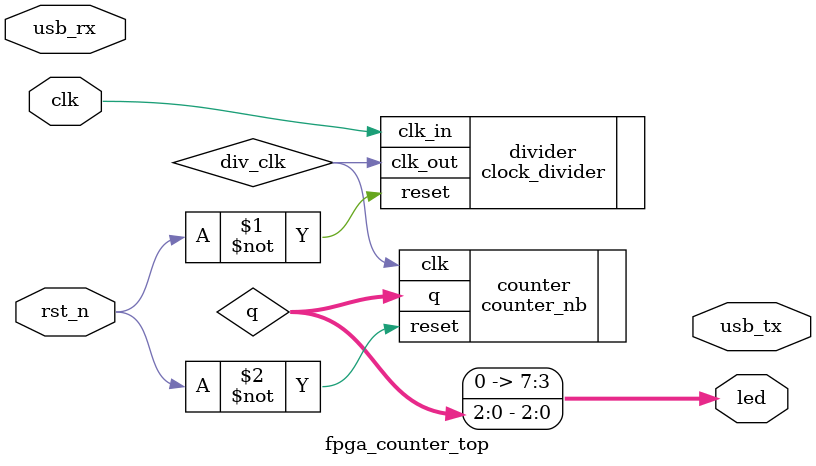
<source format=v>
module fpga_counter_top (
    input   wire    clk,
    input   wire    rst_n,
    input   wire    usb_rx,
    output  wire    usb_tx,
    output  wire    [7:0] led
);

    parameter N = 3;

    wire [N-1:0] q;
    wire div_clk;

    clock_divider #(
        .DIV_FACTOR(12500000)
    )
    divider (
        .reset(~rst_n),
        .clk_in(clk),
        .clk_out(div_clk)
    );

    counter_nb #( 
        .N(N) 
    ) counter (
        .clk(div_clk),
        .reset(~rst_n),
        .q(q)
    );

    assign led = (N > 8) ? q[7:0] : { {(8-N){1'b0}}, q };

endmodule


</source>
